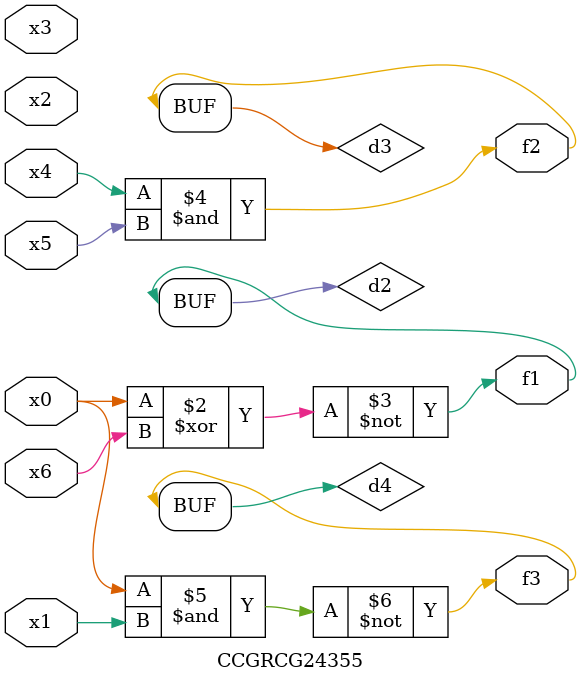
<source format=v>
module CCGRCG24355(
	input x0, x1, x2, x3, x4, x5, x6,
	output f1, f2, f3
);

	wire d1, d2, d3, d4;

	nor (d1, x0);
	xnor (d2, x0, x6);
	and (d3, x4, x5);
	nand (d4, x0, x1);
	assign f1 = d2;
	assign f2 = d3;
	assign f3 = d4;
endmodule

</source>
